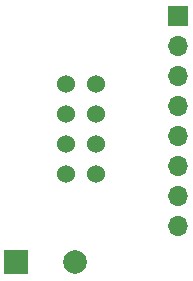
<source format=gbl>
G04 #@! TF.FileFunction,Copper,L2,Bot,Signal*
%FSLAX46Y46*%
G04 Gerber Fmt 4.6, Leading zero omitted, Abs format (unit mm)*
G04 Created by KiCad (PCBNEW 4.0.7) date Tuesday, June 26, 2018 'PMt' 08:38:01 PM*
%MOMM*%
%LPD*%
G01*
G04 APERTURE LIST*
%ADD10C,0.100000*%
%ADD11R,1.700000X1.700000*%
%ADD12O,1.700000X1.700000*%
%ADD13C,1.524000*%
%ADD14R,2.000000X2.000000*%
%ADD15C,2.000000*%
G04 APERTURE END LIST*
D10*
D11*
X140970000Y-111760000D03*
D12*
X140970000Y-114300000D03*
X140970000Y-116840000D03*
X140970000Y-119380000D03*
X140970000Y-121920000D03*
X140970000Y-124460000D03*
X140970000Y-127000000D03*
X140970000Y-129540000D03*
D13*
X133985000Y-122555000D03*
X133985000Y-120015000D03*
X133985000Y-117475000D03*
X133985000Y-125095000D03*
X131445000Y-117475000D03*
X131445000Y-120015000D03*
X131445000Y-122555000D03*
X131445000Y-125095000D03*
D14*
X127254000Y-132588000D03*
D15*
X132254000Y-132588000D03*
M02*

</source>
